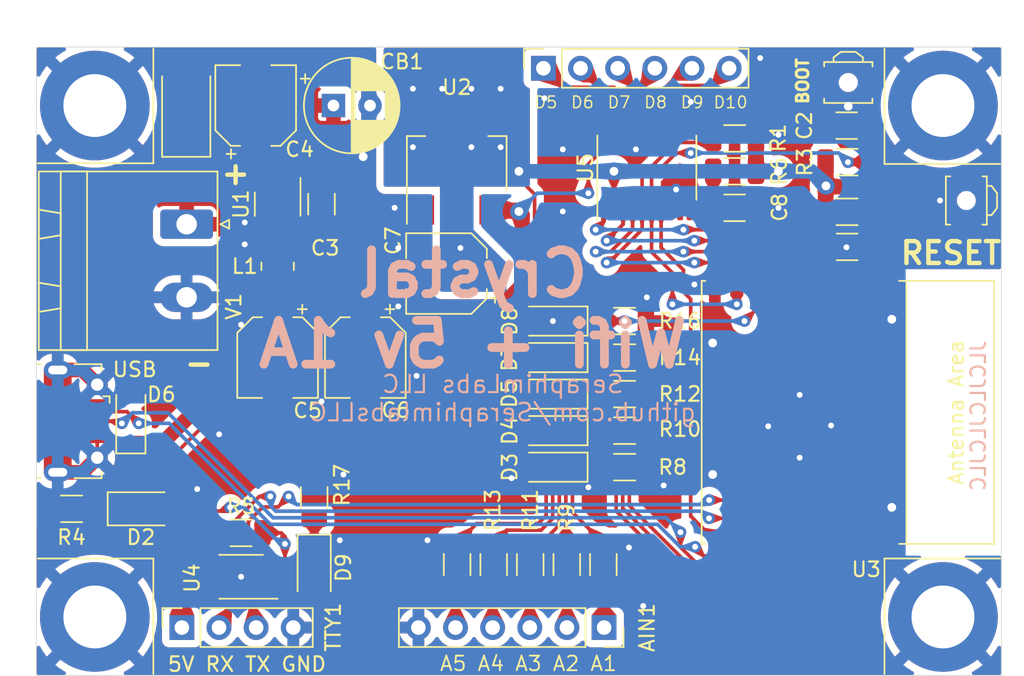
<source format=kicad_pcb>
(kicad_pcb (version 20221018) (generator pcbnew)
  (layers (0 "F.Cu" signal) (31 "B.Cu" signal) (34 "B.Paste" user) (35 "F.Paste" user) (36 "B.SilkS" user "B.Silkscreen") (37 "F.SilkS" user "F.Silkscreen") (38 "B.Mask" user) (39 "F.Mask" user) (44 "Edge.Cuts" user))
  (net 0 "")
  (net 1 "+5V")
  (net 2 "GND")
  (net 3 "/GPIO9")
  (net 4 "Net-(U3-EN{slash}CHIP_PU)")
  (net 5 "Net-(U1-BST)")
  (net 6 "Net-(U1-SW)")
  (net 7 "+12V")
  (net 8 "Net-(U5-OE)")
  (net 9 "Net-(D2-K)")
  (net 10 "/AIN1")
  (net 11 "/AIN2")
  (net 12 "/AIN3")
  (net 13 "Net-(D6-A)")
  (net 14 "/AIN4")
  (net 15 "/AIN5")
  (net 16 "Net-(GPIO1-Pin_6)")
  (net 17 "Net-(GPIO1-Pin_5)")
  (net 18 "Net-(GPIO1-Pin_4)")
  (net 19 "Net-(GPIO1-Pin_3)")
  (net 20 "Net-(GPIO1-Pin_2)")
  (net 21 "Net-(GPIO1-Pin_1)")
  (net 22 "/USB_D-")
  (net 23 "/USB_D+")
  (net 25 "/GPIO8")
  (net 26 "Net-(U4-OE)")
  (net 27 "/TXD")
  (net 28 "/RXD")
  (net 29 "/GPIO10")
  (net 30 "/GPIO7")
  (net 31 "/GPIO6")
  (net 32 "/GPIO5")
  (net 33 "+3.3V")
  (net 34 "Net-(AIN1-Pin_1)")
  (net 35 "Net-(AIN1-Pin_2)")
  (net 36 "Net-(AIN1-Pin_3)")
  (net 37 "Net-(AIN1-Pin_4)")
  (net 38 "Net-(AIN1-Pin_5)")
  (net 41 "Net-(D9-K)")
  (net 42 "Net-(D9-A)")
  (net 43 "Net-(TTY1-Pin_2)")
  (footprint "Inductor_SMD:L_1008_2520Metric_Pad1.43x2.20mm_HandSolder" (layer "F.Cu") (at 36.5 35 -90)
    (fp_text reference "L1")
    (fp_text value "4.7uH")
  )
  (footprint "Resistor_SMD:R_1206_3216Metric" (layer "F.Cu") (at 60.225 43.75 180)
    (fp_text reference "R12")
    (fp_text value "22k")
  )
  (footprint "Connector_PinSocket_2.54mm:PinSocket_1x06_P2.54mm_Vertical" (layer "F.Cu") (at 54.675 21.45 90)
    (fp_text reference "GPIO1" hide)
    (fp_text value "Conn_01x06")
  )
  (footprint "Capacitor_THT:CP_Radial_D6.3mm_P2.50mm" (layer "F.Cu") (at 40.31762 24)
    (fp_text reference "CB1")
    (fp_text value "100uF")
  )
  (footprint "Resistor_SMD:R_1206_3216Metric" (layer "F.Cu") (at 56.275 55.4125 -90)
    (fp_text reference "R9")
    (fp_text value "11k")
  )
  (footprint "Resistor_SMD:R_1206_3216Metric" (layer "F.Cu") (at 75.4375 27.875)
    (fp_text reference "R3")
    (fp_text value "10k")
  )
  (footprint "LED_SMD:LED_1206_3216Metric" (layer "F.Cu") (at 27.1625 51.6)
    (fp_text reference "D2")
    (fp_text value "Red")
  )
  (footprint "MountingHole:MountingHole_4.3mm_M4_DIN965_Pad" (layer "F.Cu") (at 82 59)
    (fp_text reference "REF**" hide)
    (fp_text value "MountingHole_4.3mm_M4_DIN965_Pad" hide)
  )
  (footprint "Package_TO_SOT_SMD:SOT-223-3_TabPin2" (layer "F.Cu") (at 48.75 28 90)
    (fp_text reference "U2")
    (fp_text value "NCP1117-3.3_SOT223")
  )
  (footprint "MountingHole:MountingHole_4.3mm_M4_DIN965_Pad" (layer "F.Cu") (at 82 24)
    (fp_text reference "REF**" hide)
    (fp_text value "MountingHole_4.3mm_M4_DIN965_Pad" hide)
  )
  (footprint "Resistor_SMD:R_1206_3216Metric" (layer "F.Cu") (at 48.775 55.4125 -90)
    (fp_text reference "R15" hide)
    (fp_text value "11k")
  )
  (footprint "Button_Switch_SMD:SW_SPST_B3U-3000P-B" (layer "F.Cu") (at 75.525 22.425)
    (fp_text reference "BOOT1" hide)
    (fp_text value "SW_Push")
  )
  (footprint "Capacitor_SMD:C_1206_3216Metric" (layer "F.Cu") (at 75.4125 25.375)
    (fp_text reference "C2")
    (fp_text value "1uf")
  )
  (footprint "Diode_SMD:D_SOD-123" (layer "F.Cu") (at 55.3375 46.25 180)
    (fp_text reference "D4")
    (fp_text value "3.3v")
  )
  (footprint "Resistor_SMD:R_1206_3216Metric" (layer "F.Cu") (at 51.275 55.4125 -90)
    (fp_text reference "R13")
    (fp_text value "11k")
  )
  (footprint "Resistor_SMD:R_1206_3216Metric" (layer "F.Cu") (at 60.225 46.25 180)
    (fp_text reference "R10")
    (fp_text value "22k")
  )
  (footprint "Resistor_SMD:R_1206_3216Metric" (layer "F.Cu") (at 60.225 38.75 180)
    (fp_text reference "R16")
    (fp_text value "22k")
  )
  (footprint "Connector_PinSocket_2.54mm:PinSocket_1x04_P2.54mm_Vertical" (layer "F.Cu") (at 29.95 59.725 90)
    (fp_text reference "TTY1")
    (fp_text value "Conn_01x04")
  )
  (footprint "Resistor_SMD:R_1206_3216Metric" (layer "F.Cu") (at 58.775 55.4125 -90)
    (fp_text reference "R7" hide)
    (fp_text value "11k")
  )
  (footprint "Diode_SMD:D_SOD-123" (layer "F.Cu") (at 55.3375 43.75 180)
    (fp_text reference "D5")
    (fp_text value "3.3v")
  )
  (footprint "Resistor_SMD:R_1206_3216Metric" (layer "F.Cu") (at 67.75 28.5)
    (fp_text reference "R6")
    (fp_text value "47k")
  )
  (footprint "Capacitor_SMD:CP_Elec_5x5.3" (layer "F.Cu") (at 42.5 41.25 -90)
    (fp_text reference "C6")
    (fp_text value "22uF")
  )
  (footprint "Connector_PinSocket_2.54mm:PinSocket_1x06_P2.54mm_Vertical" (layer "F.Cu") (at 58.825 59.725 -90)
    (fp_text reference "AIN1")
    (fp_text value "Conn_01x06" hide)
  )
  (footprint "MountingHole:MountingHole_4.3mm_M4_DIN965_Pad" (layer "F.Cu") (at 24 59)
    (fp_text reference "REF**" hide)
    (fp_text value "MountingHole_4.3mm_M4_DIN965_Pad" hide)
  )
  (footprint "Connector_Phoenix_MSTB:PhoenixContact_MSTBA_2,5_2-G_1x02_P5.00mm_Horizontal" (layer "F.Cu") (at 30.2775 32.125 -90)
    (fp_text reference "V1")
    (fp_text value "Conn_01x02")
  )
  (footprint "MountingHole:MountingHole_4.3mm_M4_DIN965_Pad" (layer "F.Cu") (at 24 24)
    (fp_text reference "REF**" hide)
    (fp_text value "MountingHole_4.3mm_M4_DIN965_Pad" hide)
  )
  (footprint "Resistor_SMD:R_1206_3216Metric" (layer "F.Cu") (at 60.225 48.75 180)
    (fp_text reference "R8")
    (fp_text value "22k")
  )
  (footprint "Capacitor_SMD:C_1206_3216Metric" (layer "F.Cu") (at 39.5 30.75 90)
    (fp_text reference "C3")
    (fp_text value "0.1uF")
  )
  (footprint "Package_SO:SSOP-8_2.95x2.8mm_P0.65mm" (layer "F.Cu") (at 34 56.25 180)
    (fp_text reference "U4")
    (fp_text value "TXS0102DCT")
  )
  (footprint "Diode_SMD:D_SOD-123" (layer "F.Cu") (at 26.4625 45.45 90)
    (fp_text reference "D6")
    (fp_text value "PMEG2005EGWX" hide)
  )
  (footprint "Connector_USB:USB_Micro-B_Molex-105017-0001" (layer "F.Cu") (at 22.7 45.6 -90)
    (fp_text reference "J1" hide)
    (fp_text value "USB_B_Micro")
  )
  (footprint "LED_SMD:LED_1206_3216Metric" (layer "F.Cu") (at 39 55.65 -90)
    (fp_text reference "D9")
    (fp_text value "Blue")
  )
  (footprint "Diode_SMD:D_SOD-123" (layer "F.Cu") (at 55.3375 48.75 180)
    (fp_text reference "D3")
    (fp_text value "3.3v")
  )
  (footprint "Resistor_SMD:R_1206_3216Metric" (layer "F.Cu") (at 39 50.8375 90)
    (fp_text reference "R17")
    (fp_text value "1k")
  )
  (footprint "Capacitor_SMD:CP_Elec_5x5.3" (layer "F.Cu") (at 48.05 35.5 180)
    (fp_text reference "C7")
    (fp_text value "22uF" hide)
  )
  (footprint "Espressif:ESP32-C3-WROOM-02" (layer "F.Cu") (at 72.5 45 -90)
    (fp_text reference "U3")
    (fp_text value "ESP32-C3-WROOM-02")
  )
  (footprint "Diode_SMD:D_SOD-123" (layer "F.Cu") (at 55.3375 38.75 180)
    (fp_text reference "D8")
    (fp_text value "3.3v")
  )
  (footprint "Diode_SMD:D_SMA" (layer "F.Cu") (at 30.25 24 90)
    (fp_text reference "D1" hide)
    (fp_text value "SMAJ18CA")
  )
  (footprint "Resistor_SMD:R_1206_3216Metric" (layer "F.Cu") (at 60.225 41.25 180)
    (fp_text reference "R14")
    (fp_text value "22k")
  )
  (footprint "Button_Switch_SMD:SW_SPST_B3U-3000P-B" (layer "F.Cu") (at 83.6 30.5 -90)
    (fp_text reference "RESET1" hide)
    (fp_text value "SW_Push")
  )
  (footprint "Capacitor_SMD:CP_Elec_5x5.3" (layer "F.Cu") (at 36.5 41.25 -90)
    (fp_text reference "C5")
    (fp_text value "22uF")
  )
  (footprint "Resistor_SMD:R_1206_3216Metric" (layer "F.Cu") (at 67.75 26.25 180)
    (fp_text reference "R1")
    (fp_text value "47k")
  )
  (footprint "Resistor_SMD:R_1206_3216Metric" (layer "F.Cu") (at 75.4375 31.275)
    (fp_text reference "R2" hide)
    (fp_text value "10k")
  )
  (footprint "Package_SO:TSSOP-20_4.4x6.5mm_P0.65mm" (layer "F.Cu") (at 61.75 28.25 90)
    (fp_text reference "U5")
    (fp_text value "TXS0108EPW")
  )
  (footprint "Package_TO_SOT_SMD:TSOT-23-6" (layer "F.Cu") (at 36.5 30.75 -90)
    (fp_text reference "U1")
    (fp_text value "AP63205WU")
  )
  (footprint "Capacitor_SMD:CP_Elec_5x5.3" (layer "F.Cu") (at 35 24 90)
    (fp_text reference "C4")
    (fp_text value "22uF")
  )
  (footprint "Capacitor_SMD:C_1206_3216Metric" (layer "F.Cu") (at 67.75 31)
    (fp_text reference "C8")
    (fp_text value "1uf")
  )
  (footprint "Resistor_SMD:R_1206_3216Metric" (layer "F.Cu") (at 53.775 55.4125 -90)
    (fp_text reference "R11")
    (fp_text value "11k")
  )
  (footprint "Resistor_SMD:R_1206_3216Metric" (layer "F.Cu") (at 22.4125 51.6)
    (fp_text reference "R4")
    (fp_text value "1k")
  )
  (footprint "Diode_SMD:D_SOD-123" (layer "F.Cu") (at 55.3375 41.25 180)
    (fp_text reference "D7")
    (fp_text value "3.3v")
  )
  (footprint "Resistor_SMD:R_1206_3216Metric" (layer "F.Cu") (at 34 53.25)
    (fp_text reference "R5")
    (fp_text value "47k")
  )
  (footprint "Capacitor_SMD:C_1206_3216Metric" (layer "F.Cu") (at 75.45 33.675)
    (fp_text reference "C1" hide)
    (fp_text value "1uf")
  )
  (gr_line (start 28 27.95) (end 20.1 27.95) (stroke (width 0.12)) (layer "F.SilkS"))
  (gr_line (start 28 55) (end 28 62.9) (stroke (width 0.12)) (layer "F.SilkS"))
  (gr_line (start 28 27.95) (end 28 20.1) (stroke (width 0.12)) (layer "F.SilkS"))
  (gr_line (start 78 55) (end 85.9 55) (stroke (width 0.12)) (layer "F.SilkS"))
  (gr_line (start 78 62.9) (end 78 55) (stroke (width 0.12)) (layer "F.SilkS"))
  (gr_line (start 78 28) (end 78 20.1) (stroke (width 0.12)) (layer "F.SilkS"))
  (gr_line (start 28 55) (end 20.1 55) (stroke (width 0.12)) (layer "F.SilkS"))
  (gr_line (start 85.9 28) (end 78 28) (stroke (width 0.12)) (layer "F.SilkS"))
  (gr_line (start 86 20) (end 20 20) (stroke (width 0.05)) (layer "Edge.Cuts"))
  (gr_line (start 20 63) (end 86 63) (stroke (width 0.05)) (layer "Edge.Cuts"))
  (gr_line (start 86 63) (end 86 20) (stroke (width 0.05)) (layer "Edge.Cuts"))
  (gr_line (start 20 63) (end 20 20) (stroke (width 0.05)) (layer "Edge.Cuts"))
  (gr_text "Crystal\nWifi + 5v 1A" (at 49.85 42.1) (layer "B.SilkS") (effects (font (size 3 3) (thickness 0.6) bold) (justify bottom mirror)))
  (gr_text "SeraphimLabs LLC\ngithub.com/SeraphimlabsLLC" (at 51.9 45.7) (layer "B.SilkS") (effects (font (size 1.2 1.2)) (justify bottom mirror)))
  (gr_text "JLCJLCJLCJLC" (at 85 40 90) (layer "B.SilkS") (effects (font (size 1 1)) (justify left bottom mirror)))
  (gr_text "RESET" (at 78.95 34.975) (layer "F.SilkS") (effects (font (size 1.5 1.5) (thickness 0.3) bold) (justify left bottom)))
  (gr_text "BOOT" (at 72.875 24 90) (layer "F.SilkS") (effects (font (size 0.8 0.8) (thickness 0.2) bold) (justify left bottom)))
  (gr_text "-" (at 30 42.5) (layer "F.SilkS") (effects (font (size 1.5 1.5) (thickness 0.3) bold) (justify left bottom)))
  (gr_text "D6" (at 56.5 24.25) (layer "F.SilkS") (effects (font (size 0.8 0.8) (thickness 0.1)) (justify left bottom)))
  (gr_text "D10" (at 66.25 24.25) (layer "F.SilkS") (effects (font (size 0.8 0.8) (thickness 0.1)) (justify left bottom)))
  (gr_text "D8" (at 61.5 24.25) (layer "F.SilkS") (effects (font (size 0.8 0.8) (thickness 0.1)) (justify left bottom)))
  (gr_text "A5 A4 A3 A2 A1" (at 47.525 62.775) (layer "F.SilkS") (effects (font (size 1 1) (thickness 0.125)) (justify left bottom)))
  (gr_text "5V RX TX GND" (at 28.9 62.825) (layer "F.SilkS") (effects (font (size 1 1)) (justify left bottom)))
  (gr_text "D9" (at 64 24.25) (layer "F.SilkS") (effects (font (size 0.8 0.8) (thickness 0.1)) (justify left bottom)))
  (gr_text "D5" (at 54 24.25) (layer "F.SilkS") (effects (font (size 0.8 0.8) (thickness 0.1)) (justify left bottom)))
  (gr_text "USB" (at 25.125 42.65) (layer "F.SilkS") (effects (font (size 1 1)) (justify left bottom)))
  (gr_text "D7" (at 59 24.25) (layer "F.SilkS") (effects (font (size 0.8 0.8) (thickness 0.1)) (justify left bottom)))
  (gr_text "+" (at 32.5 29.5) (layer "F.SilkS") (effects (font (size 1.5 1.5) (thickness 0.3) bold) (justify left bottom)))
  (segment (start 52.9 31.15) (end 53 31.25) (width 1) (layer "F.Cu") (net 1))
  (segment (start 29.95 52.9875) (end 28.5625 51.6) (width 1) (layer "F.Cu") (net 1))
  (segment (start 28.5625 47.1625) (end 28.5 47.1) (width 1) (layer "F.Cu") (net 1))
  (segment (start 37.45 29.536827) (end 38.611827 28.375) (width 0.25) (layer "F.Cu") (net 1))
  (segment (start 59.475 25.3875) (end 59.475 26.275) (width 0.25) (layer "F.Cu") (net 1))
  (segment (start 36.5 39.225) (end 36.5 39.05) (width 1) (layer "F.Cu") (net 1))
  (segment (start 26.4625 47.1) (end 28.5 47.1) (width 1) (layer "F.Cu") (net 1))
  (segment (start 40.625 28.375) (end 40.75 28.5) (width 0.25) (layer "F.Cu") (net 1))
  (segment (start 51.05 31.15) (end 52.9 31.15) (width 1) (layer "F.Cu") (net 1))
  (segment (start 51.75 37.75) (end 53.25 36.25) (width 1) (layer "F.Cu") (net 1))
  (segment (start 40.75 34.5) (end 42.5 36.25) (width 0.25) (layer "F.Cu") (net 1))
  (segment (start 46.2 39.05) (end 42.5 39.05) (width 1) (layer "F.Cu") (net 1))
  (segment (start 57.75 28) (end 57.75 30) (width 0.25) (layer "F.Cu") (net 1))
  (segment (start 59.475 25.3875) (end 59.475 26.076041) (width 0.25) (layer "F.Cu") (net 1))
  (segment (start 38.611827 28.375) (end 40.625 28.375) (width 0.25) (layer "F.Cu") (net 1))
  (segment (start 29.95 59.725) (end 29.95 52.9875) (width 1) (layer "F.Cu") (net 1))
  (segment (start 37.45 29.6125) (end 37.45 29.536827) (width 0.25) (layer "F.Cu") (net 1))
  (segment (start 28.5625 47.1625) (end 36.5 39.225) (width 1) (layer "F.Cu") (net 1))
  (segment (start 47.5 37.75) (end 51.75 37.75) (width 1) (layer "F.Cu") (net 1))
  (segment (start 32.3 56.575) (end 30.425 56.575) (width 0.25) (layer "F.Cu") (net 1))
  (segment (start 53.25 31.5) (end 53 31.25) (width 1) (layer "F.Cu") (net 1))
  (segment (start 53.25 36.25) (end 53.25 31.5) (width 1) (layer "F.Cu") (net 1))
  (segment (start 36.5 39.75) (end 36.5 39.05) (width 1) (layer "F.Cu") (net 1))
  (segment (start 40.75 28.5) (end 40.75 34.5) (width 0.25) (layer "F.Cu") (net 1))
  (segment (start 28.5625 51.6) (end 28.5625 47.1625) (width 1) (layer "F.Cu") (net 1))
  (segment (start 46.2 39.05) (end 47.5 37.75) (width 1) (layer "F.Cu") (net 1))
  (segment (start 59.475 26.275) (end 57.75 28) (width 0.25) (layer "F.Cu") (net 1))
  (via (at 57.75 30) (size 0.8) (drill 0.4) (layers "F.Cu" "B.Cu") (net 1))
  (via (at 53 31.25) (size 1.2) (drill 0.6) (layers "F.Cu" "B.Cu") (net 1))
  (segment (start 54.25 30) (end 53 31.25) (width 0.25) (layer "B.Cu") (net 1))
  (segment (start 57.75 30) (end 54.25 30) (width 0.25) (layer "B.Cu") (net 1))
  (segment (start 23.1625 49.1) (end 24.1625 48.1) (width 1) (layer "F.Cu") (net 2))
  (segment (start 36.825 56.575) (end 37.9 55.5) (width 0.25) (layer "F.Cu") (net 2))
  (segment (start 35.7 56.575) (end 34.325 56.575) (width 0.25) (layer "F.Cu") (net 2))
  (segment (start 24.1625 46.9) (end 24.1625 48.1) (width 0.25) (layer "F.Cu") (net 2))
  (segment (start 21.4625 42.1) (end 21.4625 42.7) (width 1) (layer "F.Cu") (net 2))
  (segment (start 37.9 55.5) (end 40.5 55.5) (width 0.25) (layer "F.Cu") (net 2))
  (segment (start 34.325 56.575) (end 34 56.25) (width 0.25) (layer "F.Cu") (net 2))
  (segment (start 21.4625 48.5) (end 21.4625 49.1) (width 1) (layer "F.Cu") (net 2))
  (segment (start 21.4625 42.7) (end 21.4625 44.6) (width 1) (layer "F.Cu") (net 2))
  (segment (start 34.25 33.5) (end 34.25 32) (width 0.6) (layer "F.Cu") (net 2))
  (segment (start 23.1625 42.1) (end 24.1625 43.1) (width 1) (layer "F.Cu") (net 2))
  (segment (start 21.4625 46.6) (end 21.4625 48.5) (width 1) (layer "F.Cu") (net 2))
  (segment (start 21.4625 42.1) (end 23.1625 42.1) (width 1) (layer "F.Cu") (net 2))
  (segment (start 35.55 32.2) (end 34.25 33.5) (width 0.6) (layer "F.Cu") (net 2))
  (segment (start 64.675 23.825) (end 64.75 23.75) (width 0.25) (layer "F.Cu") (net 2))
  (segment (start 35.55 31.8875) (end 35.55 32.2) (width 0.6) (layer "F.Cu") (net 2))
  (segment (start 64.675 25.3875) (end 64.675 23.825) (width 0.25) (layer "F.Cu") (net 2))
  (segment (start 21.4625 49.1) (end 23.1625 49.1) (width 1) (layer "F.Cu") (net 2))
  (segment (start 35.7 56.575) (end 36.825 56.575) (width 0.25) (layer "F.Cu") (net 2))
  (segment (start 21.4625 44.6) (end 21.4625 46.6) (width 1) (layer "F.Cu") (net 2))
  (via (at 78.5 38.625) (size 1.2) (drill 0.6) (layers "F.Cu" "B.Cu") (net 2))
  (via (at 34 56.25) (size 0.8) (drill 0.4) (layers "F.Cu" "B.Cu") (net 2))
  (via (at 62.9 50) (size 0.8) (drill 0.4) (layers "F.Cu" "B.Cu") (net 2))
  (via (at 69.5 20.75) (size 0.8) (drill 0.4) (layers "F.Cu" "B.Cu") (net 2))
  (via (at 54.75 23.5) (size 0.8) (drill 0.4) (layers "F.Cu" "B.Cu") (net 2))
  (via (at 55.325 38.75) (size 0.8) (drill 0.4) (layers "F.Cu" "B.Cu") (net 2))
  (via (at 63.75 29.75) (size 0.8) (drill 0.4) (layers "F.Cu" "B.Cu") (net 2))
  (via (at 52.5 49.5) (size 0.8) (drill 0.4) (layers "F.Cu" "B.Cu") (net 2))
  (via (at 34.25 33.5) (size 0.8) (drill 0.4) (layers "F.Cu" "B.Cu") (net 2))
  (via (at 34 39) (size 0.8) (drill 0.4) (layers "F.Cu" "B.Cu") (net 2))
  (via (at 31 50.25) (size 0.8) (drill 0.4) (layers "F.Cu" "B.Cu") (net 2))
  (via (at 46.75 53.75) (size 0.8) (drill 0.4) (layers "F.Cu" "B.Cu") (net 2))
  (via (at 75.525 24.05) (size 1.2) (drill 0.6) (layers "F.Cu" "B.Cu") (net 2))
  (via (at 72.2 43.8) (size 0.8) (drill 0.4) (layers "F.Cu" "B.Cu") (net 2))
  (via (at 61.75 37.125) (size 0.8) (drill 0.4) (layers "F.Cu" "B.Cu") (net 2))
  (via (at 66.25 40.25) (size 1.2) (drill 0.6) (layers "F.Cu" "B.Cu") (net 2))
  (via (at 65 36.25) (size 0.8) (drill 0.4) (layers "F.Cu" "B.Cu") (net 2))
  (via (at 57.75 50.125) (size 0.8) (drill 0.4) (layers "F.Cu" "B.Cu") (net 2))
  (via (at 44.5 31) (size 0.8) (drill 0.4) (layers "F.Cu" "B.Cu") (net 2))
  (via (at 61 27) (size 0.8) (drill 0.4) (layers "F.Cu" "B.Cu") (net 2))
  (via (at 75.4 33.7) (size 0.8) (drill 0.4) (layers "F.Cu" "B.Cu") (net 2))
  (via (at 60.525 54.25) (size 0.8) (drill 0.4) (layers "F.Cu" "B.Cu") (net 2))
  (via (at 81.8 30.5) (size 0.8) (drill 0.4) (layers "F.Cu" "B.Cu") (net 2))
  (via (at 41 49.25) (size 0.8) (drill 0.4) (layers "F.Cu" "B.Cu") (net 2))
  (via (at 72.2 48.1) (size 0.8) (drill 0.4) (layers "F.Cu" "B.Cu") (net 2))
  (via (at 61.5 58.25) (size 0.8) (drill 0.4) (layers "F.Cu" "B.Cu") (net 2))
  (via (at 46 42.5) (size 0.8) (drill 0.4) (layers "F.Cu" "B.Cu") (net 2))
  (via (at 56 27) (size 0.8) (drill 0.4) (layers "F.Cu" "B.Cu") (net 2))
  (via (at 42.35 27.5) (size 1.2) (drill 0.6) (layers "F.Cu" "B.Cu") (net 2))
  (via (at 78.5 51.5) (size 1.2) (drill 0.6) (layers "F.Cu" "B.Cu") (net 2))
  (via (at 70.75 26) (size 0.8) (drill 0.4) (layers "F.Cu" "B.Cu") (net 2))
  (via (at 56 31.25) (size 0.8) (drill 0.4) (layers "F.Cu" "B.Cu") (net 2))
  (via (at 44.75 33.75) (size 0.8) (drill 0.4) (layers "F.Cu" "B.Cu") (net 2))
  (via (at 64.75 23.75) (size 0.8) (drill 0.4) (layers "F.Cu" "B.Cu") (net 2))
  (via (at 74.35 45.9) (size 0.8) (drill 0.4) (layers "F.Cu" "B.Cu") (net 2))
  (via (at 34.25 32) (size 0.8) (drill 0.4) (layers "F.Cu" "B.Cu") (net 2))
  (via (at 70.75 31) (size 0.8) (drill 0.4) (layers "F.Cu" "B.Cu") (net 2))
  (via (at 40.75 53.75) (size 0.8) (drill 0.4) (layers "F.Cu" "B.Cu") (net 2))
  (via (at 32.5 46.5) (size 0.8) (drill 0.4) (layers "F.Cu" "B.Cu") (net 2))
  (via (at 66.25 49.25) (size 1.2) (drill 0.6) (layers "F.Cu" "B.Cu") (net 2))
  (via (at 70.05 45.95) (size 0.8) (drill 0.4) (layers "F.Cu" "B.Cu") (net 2))
  (via (at 44.75 37.75) (size 0.8) (drill 0.4) (layers "F.Cu" "B.Cu") (net 2))
  (via (at 39.5 44.25) (size 0.8) (drill 0.4) (layers "F.Cu" "B.Cu") (net 2))
  (segment (start 76.9 27.875) (end 76.9 25.3875) (width 0.25) (layer "F.Cu") (net 3))
  (segment (start 62.075 28.925) (end 62.075 31.1125) (width 0.25) (layer "F.Cu") (net 3))
  (segment (start 76.9 25.3875) (end 76.8875 25.375) (width 0.25) (layer "F.Cu") (net 3))
  (segment (start 77.225 23.425) (end 76.8875 23.7625) (width 0.25) (layer "F.Cu") (net 3))
  (segment (start 63.5 35.45) (end 63.5 37.6) (width 0.25) (layer "F.Cu") (net 3))
  (segment (start 62.075 31.1125) (end 62.075 34.025) (width 0.25) (layer "F.Cu") (net 3))
  (segment (start 63.75 27.25) (end 64.75 27.25) (width 0.25) (layer "F.Cu") (net 3))
  (segment (start 76.8875 25.375) (end 76.8875 23.7625) (width 0.25) (layer "F.Cu") (net 3))
  (segment (start 67.9 36.25) (end 67.9 37.6) (width 0.25) (layer "F.Cu") (net 3))
  (segment (start 62.075 28.925) (end 63.75 27.25) (width 0.25) (layer "F.Cu") (net 3))
  (segment (start 76.9 27.875) (end 75.5 27.875) (width 0.25) (layer "F.Cu") (net 3))
  (segment (start 62.075 34.025) (end 63.5 35.45) (width 0.25) (layer "F.Cu") (net 3))
  (segment (start 77.225 22.425) (end 77.225 23.425) (width 0.25) (layer "F.Cu") (net 3))
  (via (at 63.5 37.6) (size 0.8) (drill 0.4) (layers "F.Cu" "B.Cu") (net 3))
  (via (at 64.75 27.25) (size 0.8) (drill 0.4) (layers "F.Cu" "B.Cu") (net 3))
  (via (at 67.9 37.6) (size 0.8) (drill 0.4) (layers "F.Cu" "B.Cu") (net 3))
  (via (at 75.5 27.875) (size 0.8) (drill 0.4) (layers "F.Cu" "B.Cu") (net 3))
  (segment (start 63.5 37.6) (end 67.9 37.6) (width 0.25) (layer "B.Cu") (net 3))
  (segment (start 64.75 27.25) (end 74.875 27.25) (width 0.25) (layer "B.Cu") (net 3))
  (segment (start 74.875 27.25) (end 75.5 27.875) (width 0.25) (layer "B.Cu") (net 3))
  (segment (start 76.9 31.275) (end 76.9 33.65) (width 1) (layer "F.Cu") (net 4))
  (segment (start 76.9 36.6) (end 76.9 36.25) (width 0.25) (layer "F.Cu") (net 4))
  (segment (start 76.9 36.25) (end 76.9 33.675) (width 0.25) (layer "F.Cu") (net 4))
  (segment (start 79.225 33.425) (end 79.225 37.275) (width 0.25) (layer "F.Cu") (net 4))
  (segment (start 79.225 37.275) (end 79.175 37.325) (width 0.25) (layer "F.Cu") (net 4))
  (segment (start 80.45 32.2) (end 79.225 33.425) (width 0.25) (layer "F.Cu") (net 4))
  (segment (start 83.6 32.2) (end 80.45 32.2) (width 0.25) (layer "F.Cu") (net 4))
  (segment (start 79.175 37.325) (end 77.625 37.325) (width 0.25) (layer "F.Cu") (net 4))
  (segment (start 76.9 33.65) (end 76.925 33.675) (width 1) (layer "F.Cu") (net 4))
  (segment (start 77.625 37.325) (end 76.9 36.6) (width 0.25) (layer "F.Cu") (net 4))
  (segment (start 37.45 31.8875) (end 39.1625 31.8875) (width 0.25) (layer "F.Cu") (net 5))
  (segment (start 39.1625 31.8875) (end 39.5 32.225) (width 0.25) (layer "F.Cu") (net 5))
  (segment (start 37.15 30.6) (end 38.175 30.6) (width 0.25) (layer "F.Cu") (net 6))
  (segment (start 36.5 33.8375) (end 36.5 31.8875) (width 0.6) (layer "F.Cu") (net 6))
  (segment (start 38.175 30.6) (end 39.5 29.275) (width 0.25) (layer "F.Cu") (net 6))
  (segment (start 36.5 31.25) (end 37.15 30.6) (width 0.25) (layer "F.Cu") (net 6))
  (segment (start 66.2875 29.75) (end 66.2875 30.9875) (width 0.25) (layer "F.Cu") (net 8))
  (segment (start 66.1625 31.1125) (end 66.275 31) (width 0.25) (layer "F.Cu") (net 8))
  (segment (start 66.2875 30.9875) (end 66.275 31) (width 0.25) (layer "F.Cu") (net 8))
  (segment (start 66.2875 28.5) (end 66.2875 29.75) (width 0.25) (layer "F.Cu") (net 8))
  (segment (start 64.675 31.1125) (end 66.1625 31.1125) (width 0.25) (layer "F.Cu") (net 8))
  (segment (start 25.7625 51.6) (end 23.875 51.6) (width 0.25) (layer "F.Cu") (net 9))
  (segment (start 78.187906 53.962094) (end 78.4 53.75) (width 0.25) (layer "F.Cu") (net 10))
  (segment (start 75.425 57.075) (end 78.4 54.1) (width 0.25) (layer "F.Cu") (net 10))
  (segment (start 61.9 57.075) (end 75.425 57.075) (width 0.25) (layer "F.Cu") (net 10))
  (segment (start 56.6625 49.075) (end 56.6625 51.8375) (width 0.25) (layer "F.Cu") (net 10))
  (segment (start 78.4 54.1) (end 78.4 53.75) (width 0.25) (layer "F.Cu") (net 10))
  (segment (start 56.6625 51.8375) (end 58.775 53.95) (width 0.25) (layer "F.Cu") (net 10))
  (segment (start 56.9875 48.75) (end 56.6625 49.075) (width 0.25) (layer "F.Cu") (net 10))
  (segment (start 58.775 53.95) (end 61.9 57.075) (width 0.25) (layer "F.Cu") (net 10))
  (segment (start 56.7375 48.75) (end 58.7625 48.75) (width 0.25) (layer "F.Cu") (net 10))
  (segment (start 56.2125 47.025) (end 56.9875 46.25) (width 0.25) (layer "F.Cu") (net 11))
  (segment (start 56.7375 46.25) (end 58.7625 46.25) (width 0.25) (layer "F.Cu") (net 11))
  (segment (start 56.2125 53.8875) (end 56.2125 47.025) (width 0.25) (layer "F.Cu") (net 11))
  (segment (start 65.4 56.625) (end 64.525 56.625) (width 0.25) (layer "F.Cu") (net 11))
  (segment (start 58.7625 46.25) (end 59.65 47.1375) (width 0.25) (layer "F.Cu") (net 11))
  (segment (start 76.9 53.75) (end 76.9 54.05) (width 0.25) (layer "F.Cu") (net 11))
  (segment (start 64.527208 56.625) (end 65.4 56.625) (width 0.25) (layer "F.Cu") (net 11))
  (segment (start 56.275 53.95) (end 56.2125 53.8875) (width 0.25) (layer "F.Cu") (net 11))
  (segment (start 74.325 56.625) (end 65.4 56.625) (width 0.25) (layer "F.Cu") (net 11))
  (segment (start 76.9 54.162094) (end 76.9 53.75) (width 0.25) (layer "F.Cu") (net 11))
  (segment (start 76.9 54.05) (end 74.325 56.625) (width 0.25) (layer "F.Cu") (net 11))
  (segment (start 59.65 47.1375) (end 59.65 51.747792) (width 0.25) (layer "F.Cu") (net 11))
  (segment (start 59.65 51.747792) (end 64.527208 56.625) (width 0.25) (layer "F.Cu") (net 11))
  (segment (start 54.524327 53.95) (end 55.7625 52.711827) (width 0.25) (layer "F.Cu") (net 12))
  (segment (start 55.7625 44.975) (end 56.9875 43.75) (width 0.25) (layer "F.Cu") (net 12))
  (segment (start 60.1 51.561396) (end 64.713604 56.175) (width 0.25) (layer "F.Cu") (net 12))
  (segment (start 75.4 54.15) (end 75.4 53.75) (width 0.25) (layer "F.Cu") (net 12))
  (segment (start 64.713604 56.175) (end 65.625 56.175) (width 0.25) (layer "F.Cu") (net 12))
  (segment (start 56.7375 43.75) (end 58.7625 43.75) (width 0.25) (layer "F.Cu") (net 12))
  (segment (start 73.275 56.175) (end 65.625 56.175) (width 0.25) (layer "F.Cu") (net 12))
  (segment (start 60.1 45.0875) (end 60.1 51.561396) (width 0.25) (layer "F.Cu") (net 12))
  (segment (start 58.7625 43.75) (end 60.1 45.0875) (width 0.25) (layer "F.Cu") (net 12))
  (segment (start 55.7625 52.711827) (end 55.7625 44.975) (width 0.25) (layer "F.Cu") (net 12))
  (segment (start 75.4 54.05) (end 73.275 56.175) (width 0.25) (layer "F.Cu") (net 12))
  (segment (start 75.4 53.75) (end 75.4 54.05) (width 0.25) (layer "F.Cu") (net 12))
  (segment (start 53.775 53.95) (end 54.524327 53.95) (width 0.25) (layer "F.Cu") (net 12))
  (segment (start 24.1625 44.3) (end 25.9625 44.3) (width 0.25) (layer "F.Cu") (net 13))
  (segment (start 25.9625 44.3) (end 26.4625 43.8) (width 0.25) (layer "F.Cu") (net 13))
  (segment (start 73.9 53.75) (end 73.9 54.05) (width 0.25) (layer "F.Cu") (net 14))
  (segment (start 73.9 54.05) (end 72.225 55.725) (width 0.25) (layer "F.Cu") (net 14))
  (segment (start 72.225 55.725) (end 65.525 55.725) (width 0.25) (layer "F.Cu") (net 14))
  (segment (start 60.55 43.0375) (end 60.55 51.375) (width 0.25) (layer "F.Cu") (net 14))
  (segment (start 73.9 54.1) (end 73.9 53.75) (width 0.25) (layer "F.Cu") (net 14))
  (segment (start 55.3125 52.2625) (end 54.5125 53.0625) (width 0.25) (layer "F.Cu") (net 14))
  (segment (start 52.1625 53.0625) (end 51.275 53.95) (width 0.25) (layer "F.Cu") (net 14))
  (segment (start 56.9875 41.25) (end 55.3125 42.925) (width 0.25) (layer "F.Cu") (net 14))
  (segment (start 54.5125 53.0625) (end 52.1625 53.0625) (width 0.25) (layer "F.Cu") (net 14))
  (segment (start 56.7375 41.25) (end 58.7625 41.25) (width 0.25) (layer "F.Cu") (net 14))
  (segment (start 64.9 55.725) (end 65.525 55.725) (width 0.25) (layer "F.Cu") (net 14))
  (segment (start 58.7625 41.25) (end 60.55 43.0375) (width 0.25) (layer "F.Cu") (net 14))
  (segment (start 55.3125 42.925) (end 55.3125 52.2625) (width 0.25) (layer "F.Cu") (net 14))
  (segment (start 60.55 51.375) (end 64.9 55.725) (width 0.25) (layer "F.Cu") (net 14))
  (segment (start 54.8625 52.0625) (end 54.3125 52.6125) (width 0.25) (layer "F.Cu") (net 15))
  (segment (start 75.4 36.25) (end 75.4 36.6) (width 0.25) (layer "F.Cu") (net 15))
  (segment (start 50.1125 52.6125) (end 48.775 53.95) (width 0.25) (layer "F.Cu") (net 15))
  (segment (start 68.425 38.75) (end 69.85 37.325) (width 0.25) (layer "F.Cu") (net 15))
  (segment (start 56.7375 38.75) (end 58.7625 38.75) (width 0.25) (layer "F.Cu") (net 15))
  (segment (start 54.8625 40.875) (end 54.8625 52.0625) (width 0.25) (layer "F.Cu") (net 15))
  (segment (start 74.675 37.325) (end 69.85 37.325) (width 0.25) (layer "F.Cu") (net 15))
  (segment (start 54.3125 52.6125) (end 50.1125 52.6125) (width 0.25) (layer "F.Cu") (net 15))
  (segment (start 75.4 36.6) (end 74.675 37.325) (width 0.25) (layer "F.Cu") (net 15))
  (segment (start 56.9875 38.75) (end 54.8625 40.875) (width 0.25) (layer "F.Cu") (net 15))
  (segment (start 60.225 38.75) (end 58.7625 38.75) (width 0.25) (layer "F.Cu") (net 15))
  (via (at 60.225 38.75) (size 0.8) (drill 0.4) (layers "F.Cu" "B.Cu") (net 15))
  (via (at 68.425 38.75) (size 0.8) (drill 0.4) (layers "F.Cu" "B.Cu") (net 15))
  (segment (start 60.225 38.75) (end 68.425 38.75) (width 0.25) (layer "B.Cu") (net 15))
  (segment (start 66.2 22.625) (end 67.375 21.45) (width 0.25) (layer "F.Cu") (net 16))
  (segment (start 62.725 25.3875) (end 62.725 23.698959) (width 0.25) (layer "F.Cu") (net 16))
  (segment (start 63.798959 22.625) (end 66.2 22.625) (width 0.25) (layer "F.Cu") (net 16))
  (segment (start 62.725 23.698959) (end 63.798959 22.625) (width 0.25) (layer "F.Cu") (net 16))
  (segment (start 62.075 23.712563) (end 64.337563 21.45) (width 0.25) (layer "F.Cu") (net 17))
  (segment (start 64.337563 21.45) (end 64.835 21.45) (width 0.25) (layer "F.Cu") (net 17))
  (segment (start 62.075 25.3875) (end 62.075 23.712563) (width 0.25) (layer "F.Cu") (net 17))
  (segment (start 61.425 25.3875) (end 61.425 22.32) (width 0.25) (layer "F.Cu") (net 18))
  (segment (start 61.425 22.32) (end 62.295 21.45) (width 0.25) (layer "F.Cu") (net 18))
  (segment (start 60.775 25.3875) (end 60.775 22.47) (width 0.25) (layer "F.Cu") (net 19))
  (segment (start 60.775 22.47) (end 59.755 21.45) (width 0.25) (layer "F.Cu") (net 19))
  (segment (start 58.515 22.75) (end 57.215 21.45) (width 0.25) (layer "F.Cu") (net 20))
  (segment (start 60.125 23.375) (end 59.5 22.75) (width 0.25) (layer "F.Cu") (net 20))
  (segment (start 60.125 25.3875) (end 60.125 23.375) (width 0.25) (layer "F.Cu") (net 20))
  (segment (start 59.5 22.75) (end 58.515 22.75) (width 0.25) (layer "F.Cu") (net 20))
  (segment (start 57.75 22.75) (end 55.975 22.75) (width 0.25) (layer "F.Cu") (net 21))
  (segment (start 58.825 23.825) (end 57.75 22.75) (width 0.25) (layer "F.Cu") (net 21))
  (segment (start 55.975 22.75) (end 54.675 21.45) (width 0.25) (layer "F.Cu") (net 21))
  (segment (start 58.825 25.3875) (end 58.825 23.825) (width 0.25) (layer "F.Cu") (net 21))
  (segment (start 26.2 44.95) (end 24.1625 44.95) (width 0.25) (layer "F.Cu") (net 22))
  (segment (start 65.05 54.25) (end 65.625 54.825) (width 0.25) (layer "F.Cu") (net 22))
  (segment (start 65.05 54.2) (end 65.05 54.25) (width 0.25) (layer "F.Cu") (net 22))
  (segment (start 27 45.75) (end 26.2 44.95) (width 0.25) (layer "F.Cu") (net 22))
  (segment (start 65.625 54.825) (end 70.125 54.825) (width 0.25) (layer "F.Cu") (net 22))
  (segment (start 70.125 54.825) (end 70.9 54.05) (width 0.25) (layer "F.Cu") (net 22))
  (via (at 65.05 54.2) (size 0.8) (drill 0.4) (layers "F.Cu" "B.Cu") (net 22))
  (via (at 27 45.75) (size 0.8) (drill 0.4) (layers "F.Cu" "B.Cu") (net 22))
  (segment (start 62.484695 52.66) (end 35.998299 52.66) (width 0.25) (layer "B.Cu") (net 22))
  (segment (start 64.024695 54.2) (end 62.484695 52.66) (width 0.25) (layer "B.Cu") (net 22))
  (segment (start 65.05 54.2) (end 64.024695 54.2) (width 0.25) (layer "B.Cu") (net 22))
  (segment (start 29.088298 45.75) (end 27 45.75) (width 0.25) (layer "B.Cu") (net 22))
  (segment (start 29.669149 46.330851) (end 29.088298 45.75) (width 0.25) (layer "B.Cu") (net 22))
  (segment (start 35.998299 52.66) (end 29.669149 46.330851) (width 0.25) (layer "B.Cu") (net 22))
  (segment (start 25.7 45.6) (end 24.1625 45.6) (width 0.25) (layer "F.Cu") (net 23))
  (segment (start 64.05 54.225305) (end 64.05 53.2) (width 0.25) (layer "F.Cu") (net 23))
  (segment (start 25.85 45.75) (end 25.7 45.6) (width 0.25) (layer "F.Cu") (net 23))
  (segment (start 65.099695 55.275) (end 64.05 54.225305) (width 0.25) (layer "F.Cu") (net 23))
  (segment (start 71.225 55.275) (end 65.099695 55.275) (width 0.25) (layer "F.Cu") (net 23))
  (segment (start 72.4 54.1) (end 71.225 55.275) (width 0.25) (layer "F.Cu") (net 23))
  (via (at 64.05 53.2) (size 0.8) (drill 0.4) (layers "F.Cu" "B.Cu") (net 23))
  (via (at 25.85 45.75) (size 0.8) (drill 0.4) (layers "F.Cu" "B.Cu") (net 23))
  (segment (start 63.06 52.21) (end 36.184695 52.21) (width 0.25) (layer "B.Cu") (net 23))
  (segment (start 29.987347 46.012653) (end 28.999694 45.025) (width 0.25) (layer "B.Cu") (net 23))
  (segment (start 36.184695 52.21) (end 29.987347 46.012653) (width 0.25) (layer "B.Cu") (net 23))
  (segment (start 26.575 45.025) (end 25.85 45.75) (width 0.25) (layer "B.Cu") (net 23))
  (segment (start 64.05 53.2) (end 63.06 52.21) (width 0.25) (layer "B.Cu") (net 23))
  (segment (start 28.999694 45.025) (end 26.575 45.025) (width 0.25) (layer "B.Cu") (net 23))
  (segment (start 59.161701 34.75) (end 59 34.75) (width 0.25) (layer "F.Cu") (net 25))
  (segment (start 61.425 32.486701) (end 59.161701 34.75) (width 0.25) (layer "F.Cu") (net 25))
  (segment (start 69.4 36.25) (end 69.4 35.95) (width 0.25) (layer "F.Cu") (net 25))
  (segment (start 61.425 28.825) (end 61.425 31.1125) (width 0.25) (layer "F.Cu") (net 25))
  (segment (start 68.2 34.75) (end 65 34.75) (width 0.25) (layer "F.Cu") (net 25))
  (segment (start 63.725 26.525) (end 61.425 28.825) (width 0.25) (layer "F.Cu") (net 25))
  (segment (start 66.2875 26.25) (end 66.0125 26.525) (width 0.25) (layer "F.Cu") (net 25))
  (segment (start 61.425 31.1125) (end 61.425 32.486701) (width 0.25) (layer "F.Cu") (net 25))
  (segment (start 66.0125 26.525) (end 63.725 26.525) (width 0.25) (layer "F.Cu") (net 25))
  (segment (start 69.4 35.95) (end 68.2 34.75) (width 0.25) (layer "F.Cu") (net 25))
  (via (at 65 34.75) (size 0.8) (drill 0.4) (layers "F.Cu" "B.Cu") (net 25))
  (via (at 59 34.75) (size 0.8) (drill 0.4) (layers "F.Cu" "B.Cu") (net 25))
  (segment (start 59 34.75) (end 65 34.75) (width 0.25) (layer "B.Cu") (net 25))
  (segment (start 31 55.5) (end 31 54.25) (width 0.25) (layer "F.Cu") (net 26))
  (segment (start 32.5375 53.25) (end 32 53.25) (width 0.25) (layer "F.Cu") (net 26))
  (segment (start 31.425 55.925) (end 31 55.5) (width 0.25) (layer "F.Cu") (net 26))
  (segment (start 32.3 55.925) (end 31.425 55.925) (width 0.25) (layer "F.Cu") (net 26))
  (segment (start 32 53.25) (end 31 54.25) (width 0.25) (layer "F.Cu") (net 26))
  (segment (start 34.5 54.075) (end 34.5 52.461827) (width 0.25) (layer "F.Cu") (net 27))
  (segment (start 69.4 53.45) (end 69.4 53.75) (width 0.25) (layer "F.Cu") (net 27))
  (segment (start 34.5 52.461827) (end 35.486827 51.475) (width 0.25) (layer "F.Cu") (net 27))
  (segment (start 35.7 55.275) (end 34.5 54.075) (width 0.25) (layer "F.Cu") (net 27))
  (segment (start 66.95 51) (end 69.4 53.45) (width 0.25) (layer "F.Cu") (net 27))
  (segment (start 36.525 51.475) (end 37.25 50.75) (width 0.25) (layer "F.Cu") (net 27))
  (segment (start 66.01 51) (end 66.95 51) (width 0.25) (layer "F.Cu") (net 27))
  (segment (start 35.486827 51.475) (end 36.525 51.475) (width 0.25) (layer "F.Cu") (net 27))
  (via (at 37.25 50.75) (size 0.8) (drill 0.4) (layers "F.Cu" "B.Cu") (net 27))
  (via (at 66.01 51) (size 0.8) (drill 0.4) (layers "F.Cu" "B.Cu") (net 27))
  (segment (start 37.81 51.31) (end 37.25 50.75) (width 0.25) (layer "B.Cu") (net 27))
  (segment (start 65.7 51.31) (end 37.81 51.31) (width 0.25) (layer "B.Cu") (net 27))
  (segment (start 66.01 51) (end 65.7 51.31) (width 0.25) (layer "B.Cu") (net 27))
  (segment (start 32.3 55.275) (end 33.5 54.075) (width 0.25) (layer "F.Cu") (net 28))
  (segment (start 33.5 52.5) (end 35.25 50.75) (width 0.25) (layer "F.Cu") (net 28))
  (segment (start 67.9 53.75) (end 67.9 52.85) (width 0.25) (layer "F.Cu") (net 28))
  (segment (start 33.5 54.075) (end 33.5 52.5) (width 0.25) (layer "F.Cu") (net 28))
  (segment (start 67.9 52.85) (end 67.3 52.25) (width 0.25) (layer "F.Cu") (net 28))
  (segment (start 35.25 50.75) (end 36 50.75) (width 0.25) (layer "F.Cu") (net 28))
  (segment (start 67.3 52.25) (end 66 52.25) (width 0.25) (layer "F.Cu") (net 28))
  (via (at 36 50.75) (size 0.8) (drill 0.4) (layers "F.Cu" "B.Cu") (net 28))
  (via (at 66 52.25) (size 0.8) (drill 0.4) (layers "F.Cu" "B.Cu") (net 28))
  (segment (start 65.51 51.76) (end 66 52.25) (width 0.25) (layer "B.Cu") (net 28))
  (segment (start 36 51.388909) (end 36.371091 51.76) (width 0.25) (layer "B.Cu") (net 28))
  (segment (start 36.371091 51.76) (end 65.51 51.76) (width 0.25) (layer "B.Cu") (net 28))
  (segment (start 36 50.75) (end 36 51.388909) (width 0.25) (layer "B.Cu") (net 28))
  (segment (start 62.725 31.1125) (end 62.725 33.725) (width 0.25) (layer "F.Cu") (net 29))
  (segment (start 62.725 33.725) (end 64.25 35.25) (width 0.25) (layer "F.Cu") (net 29))
  (segment (start 64.25 35.25) (end 64.25 36.75) (width 0.25) (layer "F.Cu") (net 29))
  (segment (start 64.75 52.1) (end 66.4 53.75) (width 0.25) (layer "F.Cu") (net 29))
  (segment (start 64.75 37.25) (end 64.75 52.1) (width 0.25) (layer "F.Cu") (net 29))
  (segment (start 64.25 36.75) (end 64.75 37.25) (width 0.25) (layer "F.Cu") (net 29))
  (segment (start 60.775 32.500305) (end 59.275305 34) (width 0.25) (layer "F.Cu") (net 30))
  (segment (start 60.775 31.1125) (end 60.775 32.500305) (width 0.25) (layer "F.Cu") (net 30))
  (segment (start 59.275305 34) (end 58.25 34) (width 0.25) (layer "F.Cu") (net 30))
  (segment (start 68.95 34) (end 70.9 35.95) (width 0.25) (layer "F.Cu") (net 30))
  (segment (start 70.9 35.95) (end 70.9 36.25) (width 0.25) (layer "F.Cu") (net 30))
  (segment (start 64.25 34) (end 68.95 34) (width 0.25) (layer "F.Cu") (net 30))
  (via (at 58.25 34) (size 0.8) (drill 0.4) (layers "F.Cu" "B.Cu") (net 30))
  (via (at 64.25 34) (size 0.8) (drill 0.4) (layers "F.Cu" "B.Cu") (net 30))
  (segment (start 64.25 34) (end 58.25 34) (width 0.25) (layer "B.Cu") (net 30))
  (segment (start 60.125 31.1125) (end 60.125 32.125) (width 0.25) (layer "F.Cu") (net 31))
  (segment (start 72.4 35.9) (end 72.4 36.25) (width 0.25) (layer "F.Cu") (net 31))
  (segment (start 60.125 32.125) (end 59 33.25) (width 0.25) (layer "F.Cu") (net 31))
  (segment (start 69.75 33.25) (end 72.4 35.9) (width 0.25) (layer "F.Cu") (net 31))
  (segment (start 65 33.25) (end 69.75 33.25) (width 0.25) (layer "F.Cu") (net 31))
  (via (at 59 33.25) (size 0.8) (drill 0.4) (layers "F.Cu" "B.Cu") (net 31))
  (via (at 65 33.25) (size 0.8) (drill 0.4) (layers "F.Cu" "B.Cu") (net 31))
  (segment (start 59 33.25) (end 65 33.25) (width 0.25) (layer "B.Cu") (net 31))
  (segment (start 58.825 31.1125) (end 58.825 31.925) (width 0.25) (layer "F.Cu") (net 32))
  (segment (start 58.825 31.925) (end 58.25 32.5) (width 0.25) (layer "F.Cu") (net 32))
  (segment (start 70.5 32.5) (end 73.9 35.9) (width 0.25) (layer "F.Cu") (net 32))
  (segment (start 64.25 32.5) (end 70.5 32.5) (width 0.25) (layer "F.Cu") (net 32))
  (segment (start 73.9 35.9) (end 73.9 36.25) (width 0.25) (layer "F.Cu") (net 32))
  (via (at 64.25 32.5) (size 0.8) (drill 0.4) (layers "F.Cu" "B.Cu") (net 32))
  (via (at 58.25 32.5) (size 0.8) (drill 0.4) (layers "F.Cu" "B.Cu") (net 32))
  (segment (start 64.25 32.5) (end 58.25 32.5) (width 0.25) (layer "B.Cu") (net 32))
  (segment (start 33 51.75) (end 33.25 51.5) (width 0.25) (layer "F.Cu") (net 33))
  (segment (start 59.5 31.0875) (end 59.5 28.5) (width 0.25) (layer "F.Cu") (net 33))
  (segment (start 73.975 29.475) (end 74 29.5) (width 1) (layer "F.Cu") (net 33))
  (segment (start 73.975 29.575) (end 73.975 31.275) (width 1) (layer "F.Cu") (net 33))
  (segment (start 35.4625 53.25) (end 36.75 53.25) (width 0.25) (layer "F.Cu") (net 33))
  (segment (start 73.975 27.875) (end 73.975 29.475) (width 1) (layer "F.Cu") (net 33))
  (segment (start 37 55.5) (end 37 54) (width 0.25) (layer "F.Cu") (net 33))
  (segment (start 53 29) (end 53 28.5) (width 0.25) (layer "F.Cu") (net 33))
  (segment (start 36.575 55.925) (end 37 55.5) (width 0.25) (layer "F.Cu") (net 33))
  (segment (start 45.25 41.25) (end 36.25 41.25) (width 0.25) (layer "F.Cu") (net 33))
  (segment (start 36.75 53.25) (end 37 53.5) (width 0.25) (layer "F.Cu") (net 33))
  (segment (start 47.925 38.575) (end 52.091726 38.575) (width 0.25) (layer "F.Cu") (net 33))
  (segment (start 29.5 47.836827) (end 29.5 49.5) (width 0.25) (layer "F.Cu") (net 33))
  (segment (start 29.5 50.75) (end 30.5 51.75) (width 0.25) (layer "F.Cu") (net 33))
  (segment (start 35.7 55.925) (end 36.575 55.925) (width 0.25) (layer "F.Cu") (net 33))
  (segment (start 70.75 28.5) (end 69.2125 28.5) (width 1) (layer "F.Cu") (net 33))
  (segment (start 30.5 51.75) (end 33 51.75) (width 0.25) (layer "F.Cu") (net 33))
  (segment (start 47.025 39.475) (end 47.925 38.575) (width 0.25) (layer "F.Cu") (net 33))
  (segment (start 73.975 29.525) (end 73.975 29.575) (width 1) (layer "F.Cu") (net 33))
  (segment (start 54.075 36.591726) (end 54.075 30.075) (width 0.25) (layer "F.Cu") (net 33))
  (segment (start 47.025 39.475) (end 45.25 41.25) (width 0.25) (layer "F.Cu") (net 33))
  (segment (start 78.4 30.493997) (end 77.481003 29.575) (width 1) (layer "F.Cu") (net 33))
  (segment (start 29.5 49.5) (end 29.5 50.75) (width 0.25) (layer "F.Cu") (net 33))
  (segment (start 59.475 31.1125) (end 59.5 31.0875) (width 0.25) (layer "F.Cu") (net 33))
  (segment (start 78.4 36.25) (end 78.4 30.493997) (width 1) (layer "F.Cu") (net 33))
  (segment (start 69.2125 28.5) (end 69.2125 26.25) (width 1) (layer "F.Cu") (net 33))
  (segment (start 37 54) (end 37 53.5) (width 0.25) (layer "F.Cu") (net 33))
  (segment (start 36.25 41.25) (end 36.086827 41.25) (width 0.25) (layer "F.Cu") (net 33))
  (segment (start 54.075 30.075) (end 53 29) (width 0.25) (layer "F.Cu") (net 33))
  (segment (start 36.086827 41.25) (end 29.5 47.836827) (width 0.25) (layer "F.Cu") (net 33))
  (segment (start 74 29.5) (end 73.975 29.525) (width 1) (layer "F.Cu") (net 33))
  (segment (start 52.091726 38.575) (end 54.075 36.591726) (width 0.25) (layer "F.Cu") (net 33))
  (segment (start 77.481003 29.575) (end 73.975 29.575) (width 1) (layer "F.Cu") (net 33))
  (via (at 47.75 22.85) (size 0.8) (drill 0.4) (layers "F.Cu" "B.Cu") (net 33))
  (via (at 70.75 28.5) (size 1.2) (drill 0.6) (layers "F.Cu" "B.Cu") (net 33))
  (via (at 33.25 51.5) (size 0.8) (drill 0.4) (layers "F.Cu" "B.Cu") (net 33))
  (via (at 74 29.5) (size 1.2) (drill 0.6) (layers "F.Cu" "B.Cu") (net 33))
  (via (at 51.75 26.85) (size 0.8) (drill 0.4) (layers "F.Cu" "B.Cu") (net 33))
  (via (at 45.75 22.85) (size 0.8) (drill 0.4) (layers "F.Cu" "B.Cu") (net 33))
  (via (at 49 33.75) (size 0.8) (drill 0.4) (layers "F.Cu" "B.Cu") (net 33))
  (via (at 45.75 26.85) (size 0.8) (drill 0.4) (layers "F.Cu" "B.Cu") (net 33))
  (via (at 49.75 22.85) (size 0.8) (drill 0.4) (layers "F.Cu" "B.Cu") (net 33))
  (via (at 53 28.5) (size 1.2) (drill 0.6) (layers "F.Cu" "B.Cu") (net 33))
  (via (at 37 54) (size 0.8) (drill 0.4) (layers "F.Cu" "B.Cu") (net 33))
  (via (at 59.5 28.5) (size 1.2) (drill 0.6) (layers "F.Cu" "B.Cu") (net 33))
  (via (at 51.75 22.85) (size 0.8) (drill 0.4) (layers "F.Cu" "B.Cu") (net 33))
  (via (at 49.75 26.85) (size 0.8) (drill 0.4) (layers "F.Cu" "B.Cu") (net 33))
  (segment (start 34.201903 51.5) (end 36.701903 54) (width 0.25) (layer "B.Cu") (net 33))
  (segment (start 70.75 28.5) (end 59.5 28.5) (width 1) (layer "B.Cu") (net 33))
  (segment (start 36.701903 54) (end 37 54) (width 0.25) (layer "B.Cu") (net 33))
  (segment (start 59.5 28.5) (end 53 28.5) (width 1) (layer "B.Cu") (net 33))
  (segment (start 73 28.5) (end 74 29.5) (width 1) (layer "B.Cu") (net 33))
  (segment (start 33.25 51.5) (end 34.201903 51.5) (width 0.25) (layer "B.Cu") (net 33))
  (segment (start 70.75 28.5) (end 73 28.5) (width 1) (layer "B.Cu") (net 33))
  (segment (start 58.825 56.925) (end 58.825 59.725) (width 0.25) (layer "F.Cu") (net 34))
  (segment (start 58.775 56.875) (end 58.825 56.925) (width 0.25) (layer "F.Cu") (net 34))
  (segment (start 56.285 56.885) (end 56.285 59.725) (width 0.25) (layer "F.Cu") (net 35))
  (segment (start 56.275 56.875) (end 56.285 56.885) (width 0.25) (layer "F.Cu") (net 35))
  (segment (start 53.745 56.905) (end 53.775 56.875) (width 0.25) (layer "F.Cu") (net 36))
  (segment (start 53.745 59.725) (end 53.745 56.905) (width 0.25) (layer "F.Cu") (net 36))
  (segment (start 51.205 59.725) (end 51.205 56.945) (width 0.25) (layer "F.Cu") (net 37))
  (segment (start 51.205 56.945) (end 51.275 56.875) (width 0.25) (layer "F.Cu") (net 37))
  (segment (start 48.665 56.985) (end 48.775 56.875) (width 0.25) (layer "F.Cu") (net 38))
  (segment (start 48.665 59.725) (end 48.665 56.985) (width 0.25) (layer "F.Cu") (net 38))
  (segment (start 39 54.25) (end 39 52.3) (width 0.25) (layer "F.Cu") (net 41))
  (segment (start 34.75 59.445) (end 35.03 59.725) (width 0.25) (layer "F.Cu") (net 42))
  (segment (start 34.75 57.5) (end 34.75 59.445) (width 0.25) (layer "F.Cu") (net 42))
  (segment (start 35.7 57.225) (end 38.825 57.225) (width 0.25) (layer "F.Cu") (net 42))
  (segment (start 38.825 57.225) (end 39 57.05) (width 0.25) (layer "F.Cu") (net 42))
  (segment (start 35.7 57.225) (end 35.025 57.225) (width 0.25) (layer "F.Cu") (net 42))
  (segment (start 35.025 57.225) (end 34.75 57.5) (width 0.25) (layer "F.Cu") (net 42))
  (segment (start 32.3 57.225) (end 32.975 57.225) (width 0.25) (layer "F.Cu") (net 43))
  (segment (start 33.25 57.5) (end 33.25 58.965) (width 0.25) (layer "F.Cu") (net 43))
  (segment (start 33.25 58.965) (end 32.49 59.725) (width 0.25) (layer "F.Cu") (net 43))
  (segment (start 32.975 57.225) (end 33.25 57.5) (width 0.25) (layer "F.Cu") (net 43))
  (zone (net 7) (net_name "+12V") (layer "F.Cu") (priority 1) (connect_pads (clearance 0.508)) (min_thickness 0.25) (fill yes (thermal_gap 0.25) (thermal_bridge_width 1))
    (polygon (pts (xy 28.25 33.5) (xy 28.25 25) (xy 29.25 24) (xy 37.75 24) (xy 39 22.75) (xy 41.5 22.75) (xy 41.5 25.25) (xy 40 26.75) (xy 37.75 26.75) (xy 37 27.5) (xy 37 30.75) (xy 34.75 30.75) (xy 32 33.5)))
  )
  (zone (net 1) (net_name "+5V") (layer "F.Cu") (priority 2) (connect_pads yes (clearance 0.508)) (min_thickness 0.25) (fill yes (thermal_gap 0.25) (thermal_bridge_width 1))
    (polygon (pts (xy 43.5 33) (xy 43.5 40.75) (xy 35.5 40.75) (xy 35.5 33)))
  )
  (zone (net 33) (net_name "+3.3V") (layers "F&B.Cu") (priority 9) (connect_pads yes (clearance 0.508)) (min_thickness 0.254) (fill yes (thermal_gap 0.508) (thermal_bridge_width 0.8))
    (polygon (pts (xy 49.9 32.5) (xy 52.15 34.75) (xy 52.15 36.75) (xy 47.6 36.75) (xy 47.6 29.55) (xy 43.75 29.55) (xy 43.75 20.05) (xy 53.75 20.05) (xy 53.75 29.55) (xy 49.9 29.55)))
  )
  (zone (net 2) (net_name "GND") (layers "F&B.Cu") (connect_pads (clearance 0.508)) (min_thickness 0.254) (fill yes (thermal_gap 0.508) (thermal_bridge_width 0.8))
    (polygon (pts (xy 86 35.2) (xy 79.45 35.2) (xy 79.45 54.8) (xy 86 54.8) (xy 86 63) (xy 20 63) (xy 20 20) (xy 86 20)))
  )
)
</source>
